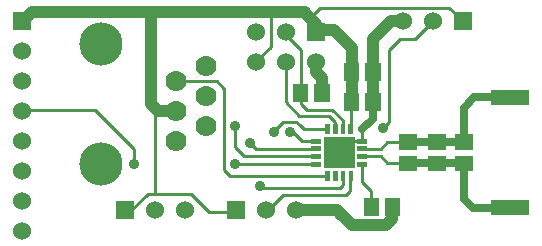
<source format=gbr>
G04 start of page 2 for group 0 idx 0 *
G04 Title: (unknown), component *
G04 Creator: pcb 20110918 *
G04 CreationDate: Sun 25 Aug 2013 09:43:08 PM GMT UTC *
G04 For: ndholmes *
G04 Format: Gerber/RS-274X *
G04 PCB-Dimensions: 180000 82000 *
G04 PCB-Coordinate-Origin: lower left *
%MOIN*%
%FSLAX25Y25*%
%LNTOP*%
%ADD26C,0.1280*%
%ADD25C,0.0380*%
%ADD24C,0.0300*%
%ADD23C,0.0200*%
%ADD22C,0.0360*%
%ADD21R,0.0146X0.0146*%
%ADD20R,0.0160X0.0160*%
%ADD19R,0.0510X0.0510*%
%ADD18R,0.0512X0.0512*%
%ADD17C,0.1440*%
%ADD16C,0.0600*%
%ADD15C,0.0001*%
%ADD14C,0.0700*%
%ADD13C,0.0250*%
%ADD12C,0.0100*%
%ADD11C,0.0400*%
G54D11*X6500Y76000D02*X7000D01*
G54D12*X31000Y46500D02*X7000D01*
X74000Y53500D02*Y26500D01*
X76000Y24500D01*
X96500Y39000D02*X97000D01*
X100000Y36000D01*
X104500D01*
X108324Y24500D02*X108412Y24412D01*
X76000Y24500D02*X108324D01*
X104500Y30883D02*X80617D01*
X77500Y34000D01*
X104500Y33441D02*X84559D01*
X104500Y28324D02*X77676D01*
X77500Y28500D01*
Y34000D02*Y41000D01*
X84559Y33441D02*X82500Y35500D01*
X90500Y39000D02*Y39500D01*
X93500Y42500D01*
X98000D01*
X99750Y40750D01*
X112500Y20500D02*X86000D01*
G54D11*X12500Y79000D02*X101000D01*
X7000Y76000D02*X10000Y79000D01*
X15500D01*
X104500Y75000D02*X100500Y79000D01*
X77500D01*
G54D12*X102500Y77000D02*X106000Y80500D01*
X94500Y63000D02*Y55500D01*
X84500Y63000D02*X85000D01*
X89500Y67500D01*
X94500Y56000D02*Y49000D01*
X99457Y52000D02*Y48543D01*
X99500Y66500D02*Y51586D01*
X99457Y51543D01*
Y48543D02*X101500Y46500D01*
X94500Y49000D02*X99000Y44500D01*
X7000Y46500D02*X6500Y46000D01*
X94500Y73000D02*Y71500D01*
X99500Y66500D01*
X89500Y67500D02*Y79000D01*
G54D11*X49500D02*Y48500D01*
X52000Y46000D01*
X58000D01*
G54D12*Y56000D02*X71500D01*
X74000Y53500D01*
X44000Y28500D02*Y33500D01*
X31000Y46500D01*
X41000Y13000D02*X43000D01*
X48500Y18500D01*
X63000D01*
X69000Y12500D01*
X77500D01*
X88000Y13000D02*X88500D01*
X93500Y18000D01*
X51000Y27500D02*Y18500D01*
Y27000D02*Y43000D01*
Y42500D02*Y46500D01*
G54D13*X135250Y28662D02*X153750D01*
Y35662D02*X135250D01*
X153750Y28662D02*Y16662D01*
Y35662D02*Y47162D01*
X157250Y50662D01*
X171250D01*
X153750Y16662D02*X156750Y13662D01*
X168250D01*
G54D12*X120000Y33441D02*X126029D01*
X128250Y35662D01*
X134750D01*
X120000Y30883D02*X126029D01*
X128250Y28662D01*
X135750D01*
X120000Y36000D02*X116088D01*
X112250Y32162D01*
X120000Y36000D02*Y39912D01*
G54D13*Y40000D01*
G54D11*X123500Y59000D02*Y49043D01*
X123543Y49000D01*
G54D13*X120000Y40000D02*X123500Y43500D01*
Y48500D01*
G54D11*X116500Y58543D02*X116457Y58500D01*
G54D12*X129000Y44000D02*Y66500D01*
Y42500D02*Y44500D01*
X127000Y40500D02*X129000Y42500D01*
X116088Y39912D02*Y49043D01*
X116207Y49162D01*
G54D11*X116457Y59000D02*Y49000D01*
G54D12*X113529Y39912D02*Y42971D01*
X112000Y44500D01*
X111000Y42500D02*Y39941D01*
X110971Y39912D01*
X109000Y44500D02*X111000Y42500D01*
X101500Y46500D02*X110000D01*
X112500Y44000D01*
X99000Y44500D02*X109000D01*
X108412Y39912D02*X100588D01*
X99250Y41250D01*
G54D11*X104500Y59000D02*X106500Y57000D01*
Y52043D01*
X106543Y52000D01*
X104500Y63000D02*Y59000D01*
Y73000D02*X110500D01*
X116500Y67000D01*
Y58543D01*
X104500Y73000D02*Y75000D01*
X123500Y58500D02*Y70000D01*
G54D13*X132500Y75000D02*X133500Y76000D01*
G54D12*X106000Y80500D02*X149000D01*
G54D11*X129500Y76000D02*X134000D01*
G54D12*X149000Y80500D02*X153500Y76000D01*
X129000Y66500D02*X132500Y70000D01*
G54D11*X123500D02*X129500Y76000D01*
G54D12*X132500Y70000D02*X137500D01*
X143500Y76000D01*
X120000Y28324D02*Y22500D01*
X123000Y19500D01*
Y15500D01*
G54D11*X128000Y8000D02*X130000Y10000D01*
Y13914D01*
X130086Y14000D01*
G54D12*X116000Y19500D02*Y24324D01*
X116088Y24412D01*
X113529D02*Y21529D01*
X112500Y20500D01*
X93500Y18000D02*X114500D01*
G54D11*X98000Y13000D02*X111500D01*
G54D12*X115000Y18500D02*X116000Y19500D01*
G54D11*X111500Y13000D02*X116500Y8000D01*
X128000D01*
G54D12*X114500Y18000D02*X116000Y19500D01*
G54D11*X111500Y13000D02*X113000Y11500D01*
G54D14*X68000Y61000D03*
X58000Y56000D03*
Y46000D03*
Y36000D03*
X68000Y51000D03*
Y41000D03*
G54D15*G36*
X101500Y75500D02*Y69500D01*
X107500D01*
Y75500D01*
X101500D01*
G37*
G54D16*X94500Y72500D03*
X84500D03*
X104500Y62500D03*
X94500D03*
X84500D03*
G54D15*G36*
X150500Y79000D02*Y73000D01*
X156500D01*
Y79000D01*
X150500D01*
G37*
G54D16*X143500Y76000D03*
X133500D03*
X6500Y46000D03*
Y36000D03*
Y26000D03*
Y16000D03*
G54D17*X33000Y28500D03*
G54D15*G36*
X3500Y79000D02*Y73000D01*
X9500D01*
Y79000D01*
X3500D01*
G37*
G54D16*X6500Y66000D03*
Y56000D03*
G54D17*X33000Y68500D03*
G54D16*X6500Y6000D03*
G54D15*G36*
X38000Y16000D02*Y10000D01*
X44000D01*
Y16000D01*
X38000D01*
G37*
G54D16*X51000Y13000D03*
X61000D03*
G54D15*G36*
X75000Y16000D02*Y10000D01*
X81000D01*
Y16000D01*
X75000D01*
G37*
G54D16*X88000Y13000D03*
X98000D03*
G54D18*X134857Y35705D02*X135643D01*
X134857Y28619D02*X135643D01*
X144357Y35705D02*X145143D01*
X144357Y28619D02*X145143D01*
X153357Y35705D02*X154143D01*
X153357Y28619D02*X154143D01*
X130086Y14393D02*Y13607D01*
X123000Y14393D02*Y13607D01*
G54D19*X165500Y50462D02*X173000D01*
X165500Y13862D02*X173000D01*
G54D20*X119150Y28324D02*X120850D01*
X119150Y30883D02*X120850D01*
X119150Y33441D02*X120850D01*
X119150Y36000D02*X120850D01*
X116088Y40762D02*Y39062D01*
G54D21*Y25262D02*Y23562D01*
G54D18*X123543Y59393D02*Y58607D01*
X116457Y59393D02*Y58607D01*
X123543Y49393D02*Y48607D01*
X116457Y49393D02*Y48607D01*
G54D20*X113529Y40762D02*Y39062D01*
X110971Y40762D02*Y39062D01*
G54D18*X106543Y52393D02*Y51607D01*
X99457Y52393D02*Y51607D01*
G54D20*X108412Y40762D02*Y39062D01*
G54D21*Y25262D02*Y23562D01*
X110971Y25262D02*Y23562D01*
X113529Y25262D02*Y23562D01*
G54D15*G36*
X107100Y37312D02*Y27012D01*
X117400D01*
Y37312D01*
X107100D01*
G37*
G54D20*X103650Y36000D02*X105350D01*
X103650Y33441D02*X105350D01*
X103650Y30883D02*X105350D01*
X103650Y28324D02*X105350D01*
G54D22*X82500Y35500D03*
X77500Y41000D03*
Y28500D03*
X44000D03*
X90500Y39000D03*
X123500Y70000D03*
Y65000D03*
X96000Y39000D03*
X127000Y40500D03*
X86000Y21000D03*
G54D23*G54D24*G54D25*G54D26*G54D25*G54D26*G54D25*M02*

</source>
